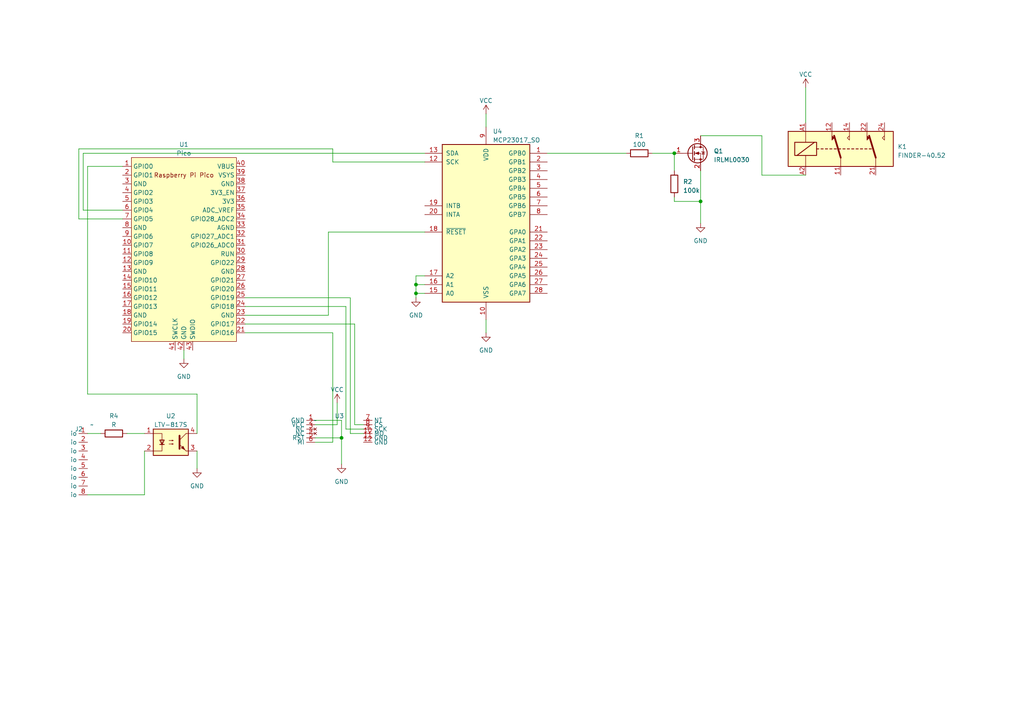
<source format=kicad_sch>
(kicad_sch (version 20230121) (generator eeschema)
  (paper "A4")
  (lib_symbols
    (symbol "AST041-8_1"
      (property "Reference" "J" (at 1.27 2.54 0))
      (symbol "AST041-8_1_1_1"
        (pin bidirectional line (at 0 0 180) (length 2.54) (name "io") (number "1"))
        (pin bidirectional line (at 0 -2.54 180) (length 2.54) (name "io") (number "2"))
        (pin bidirectional line (at 0 -5.08 180) (length 2.54) (name "io") (number "3"))
        (pin bidirectional line (at 0 -7.62 180) (length 2.54) (name "io") (number "4"))
        (pin bidirectional line (at 0 -10.16 180) (length 2.54) (name "io") (number "5"))
        (pin bidirectional line (at 0 -12.7 180) (length 2.54) (name "io") (number "6"))
        (pin bidirectional line (at 0 -15.24 180) (length 2.54) (name "io") (number "7"))
        (pin bidirectional line (at 0 -17.78 180) (length 2.54) (name "io") (number "8"))
      )
    )
    (symbol "Device:R" (pin_numbers hide) (pin_names (offset 0))
      (property "Reference" "R" (at 2.032 0 90))
      (property "Value" "R" (at 0 0 90))
      (symbol "R_0_1"
        (rectangle (start -1.016 -2.54) (end 1.016 2.54) (stroke (width 0.254)))
      )
      (symbol "R_1_1"
        (pin passive line (at 0 3.81 270) (length 1.27) (name "~") (number "1"))
        (pin passive line (at 0 -3.81 90) (length 1.27) (name "~") (number "2"))
      )
    )
    (symbol "Interface_Expansion:MCP23017_SO" (pin_names (offset 1.016))
      (property "Reference" "U" (at -11.43 24.13 0))
      (property "Value" "MCP23017_SO" (at 0 0 0))
      (symbol "MCP23017_SO_0_1"
        (rectangle (start -12.7 22.86) (end 12.7 -22.86) (stroke (width 0.254)) (fill (type background)))
      )
      (symbol "MCP23017_SO_1_1"
        (pin bidirectional line (at 17.78 20.32 180) (length 5.08) (name "GPB0") (number "1"))
        (pin power_in line (at 0 -27.94 90) (length 5.08) (name "VSS") (number "10"))
        (pin no_connect line (at -12.7 15.24 0) (length 5.08) hide (name "NC") (number "11"))
        (pin input line (at -17.78 17.78 0) (length 5.08) (name "SCK") (number "12"))
        (pin bidirectional line (at -17.78 20.32 0) (length 5.08) (name "SDA") (number "13"))
        (pin no_connect line (at -12.7 12.7 0) (length 5.08) hide (name "NC") (number "14"))
        (pin input line (at -17.78 -20.32 0) (length 5.08) (name "A0") (number "15"))
        (pin input line (at -17.78 -17.78 0) (length 5.08) (name "A1") (number "16"))
        (pin input line (at -17.78 -15.24 0) (length 5.08) (name "A2") (number "17"))
        (pin input line (at -17.78 -2.54 0) (length 5.08) (name "~{RESET}") (number "18"))
        (pin tri_state line (at -17.78 5.08 0) (length 5.08) (name "INTB") (number "19"))
        (pin bidirectional line (at 17.78 17.78 180) (length 5.08) (name "GPB1") (number "2"))
        (pin tri_state line (at -17.78 2.54 0) (length 5.08) (name "INTA") (number "20"))
        (pin bidirectional line (at 17.78 -2.54 180) (length 5.08) (name "GPA0") (number "21"))
        (pin bidirectional line (at 17.78 -5.08 180) (length 5.08) (name "GPA1") (number "22"))
        (pin bidirectional line (at 17.78 -7.62 180) (length 5.08) (name "GPA2") (number "23"))
        (pin bidirectional line (at 17.78 -10.16 180) (length 5.08) (name "GPA3") (number "24"))
        (pin bidirectional line (at 17.78 -12.7 180) (length 5.08) (name "GPA4") (number "25"))
        (pin bidirectional line (at 17.78 -15.24 180) (length 5.08) (name "GPA5") (number "26"))
        (pin bidirectional line (at 17.78 -17.78 180) (length 5.08) (name "GPA6") (number "27"))
        (pin bidirectional line (at 17.78 -20.32 180) (length 5.08) (name "GPA7") (number "28"))
        (pin bidirectional line (at 17.78 15.24 180) (length 5.08) (name "GPB2") (number "3"))
        (pin bidirectional line (at 17.78 12.7 180) (length 5.08) (name "GPB3") (number "4"))
        (pin bidirectional line (at 17.78 10.16 180) (length 5.08) (name "GPB4") (number "5"))
        (pin bidirectional line (at 17.78 7.62 180) (length 5.08) (name "GPB5") (number "6"))
        (pin bidirectional line (at 17.78 5.08 180) (length 5.08) (name "GPB6") (number "7"))
        (pin bidirectional line (at 17.78 2.54 180) (length 5.08) (name "GPB7") (number "8"))
        (pin power_in line (at 0 27.94 270) (length 5.08) (name "VDD") (number "9"))
      )
    )
    (symbol "Isolator:LTV-817S" (pin_names (offset 1.016))
      (property "Reference" "U" (at -3.81 5.08 0))
      (property "Value" "LTV-817S" (at 0 -5.08 0))
      (symbol "LTV-817S_1_1"
        (rectangle (start -5.08 3.81) (end 5.08 -3.81) (stroke (width 0.254)) (fill (type background)))
        (polyline (pts (xy -3.175 -0.635) (xy -1.905 -0.635)) (stroke (width 0.254)))
        (polyline (pts (xy 2.54 0.635) (xy 4.445 2.54)))
        (polyline (pts (xy 4.445 -2.54) (xy 2.54 -0.635)) (fill (type outline)))
        (polyline (pts (xy 4.445 -2.54) (xy 5.08 -2.54)))
        (polyline (pts (xy 4.445 2.54) (xy 5.08 2.54)))
        (polyline (pts (xy -5.08 2.54) (xy -2.54 2.54) (xy -2.54 -0.762)))
        (polyline (pts (xy -2.54 -0.635) (xy -2.54 -2.54) (xy -5.08 -2.54)))
        (polyline (pts (xy 2.54 1.905) (xy 2.54 -1.905) (xy 2.54 -1.905)) (stroke (width 0.508)))
        (polyline (pts (xy -2.54 -0.635) (xy -3.175 0.635) (xy -1.905 0.635) (xy -2.54 -0.635)) (stroke (width 0.254)))
        (polyline (pts (xy -0.508 -0.508) (xy 0.762 -0.508) (xy 0.381 -0.635) (xy 0.381 -0.381) (xy 0.762 -0.508)))
        (polyline (pts (xy -0.508 0.508) (xy 0.762 0.508) (xy 0.381 0.381) (xy 0.381 0.635) (xy 0.762 0.508)))
        (polyline (pts (xy 3.048 -1.651) (xy 3.556 -1.143) (xy 4.064 -2.159) (xy 3.048 -1.651) (xy 3.048 -1.651)) (fill (type outline)))
        (pin passive line (at -7.62 2.54 0) (length 2.54) (name "~") (number "1"))
        (pin passive line (at -7.62 -2.54 0) (length 2.54) (name "~") (number "2"))
        (pin passive line (at 7.62 -2.54 180) (length 2.54) (name "~") (number "3"))
        (pin passive line (at 7.62 2.54 180) (length 2.54) (name "~") (number "4"))
      )
    )
    (symbol "MCU_RaspberryPi_and_Boards:Pico"
      (property "Reference" "U" (at -13.97 27.94 0))
      (property "Value" "Pico" (at 0 19.05 0))
      (symbol "Pico_0_0"
        (text "Raspberry Pi Pico" (at 0 21.59 0) (effects (font (size 1.27 1.27))))
      )
      (symbol "Pico_0_1"
        (rectangle (start -15.24 26.67) (end 15.24 -26.67) (fill (type background)))
      )
      (symbol "Pico_1_1"
        (pin bidirectional line (at -17.78 24.13 0) (length 2.54) (name "GPIO0") (number "1"))
        (pin bidirectional line (at -17.78 1.27 0) (length 2.54) (name "GPIO7") (number "10"))
        (pin bidirectional line (at -17.78 -1.27 0) (length 2.54) (name "GPIO8") (number "11"))
        (pin bidirectional line (at -17.78 -3.81 0) (length 2.54) (name "GPIO9") (number "12"))
        (pin power_in line (at -17.78 -6.35 0) (length 2.54) (name "GND") (number "13"))
        (pin bidirectional line (at -17.78 -8.89 0) (length 2.54) (name "GPIO10") (number "14"))
        (pin bidirectional line (at -17.78 -11.43 0) (length 2.54) (name "GPIO11") (number "15"))
        (pin bidirectional line (at -17.78 -13.97 0) (length 2.54) (name "GPIO12") (number "16"))
        (pin bidirectional line (at -17.78 -16.51 0) (length 2.54) (name "GPIO13") (number "17"))
        (pin power_in line (at -17.78 -19.05 0) (length 2.54) (name "GND") (number "18"))
        (pin bidirectional line (at -17.78 -21.59 0) (length 2.54) (name "GPIO14") (number "19"))
        (pin bidirectional line (at -17.78 21.59 0) (length 2.54) (name "GPIO1") (number "2"))
        (pin bidirectional line (at -17.78 -24.13 0) (length 2.54) (name "GPIO15") (number "20"))
        (pin bidirectional line (at 17.78 -24.13 180) (length 2.54) (name "GPIO16") (number "21"))
        (pin bidirectional line (at 17.78 -21.59 180) (length 2.54) (name "GPIO17") (number "22"))
        (pin power_in line (at 17.78 -19.05 180) (length 2.54) (name "GND") (number "23"))
        (pin bidirectional line (at 17.78 -16.51 180) (length 2.54) (name "GPIO18") (number "24"))
        (pin bidirectional line (at 17.78 -13.97 180) (length 2.54) (name "GPIO19") (number "25"))
        (pin bidirectional line (at 17.78 -11.43 180) (length 2.54) (name "GPIO20") (number "26"))
        (pin bidirectional line (at 17.78 -8.89 180) (length 2.54) (name "GPIO21") (number "27"))
        (pin power_in line (at 17.78 -6.35 180) (length 2.54) (name "GND") (number "28"))
        (pin bidirectional line (at 17.78 -3.81 180) (length 2.54) (name "GPIO22") (number "29"))
        (pin power_in line (at -17.78 19.05 0) (length 2.54) (name "GND") (number "3"))
        (pin input line (at 17.78 -1.27 180) (length 2.54) (name "RUN") (number "30"))
        (pin bidirectional line (at 17.78 1.27 180) (length 2.54) (name "GPIO26_ADC0") (number "31"))
        (pin bidirectional line (at 17.78 3.81 180) (length 2.54) (name "GPIO27_ADC1") (number "32"))
        (pin power_in line (at 17.78 6.35 180) (length 2.54) (name "AGND") (number "33"))
        (pin bidirectional line (at 17.78 8.89 180) (length 2.54) (name "GPIO28_ADC2") (number "34"))
        (pin power_in line (at 17.78 11.43 180) (length 2.54) (name "ADC_VREF") (number "35"))
        (pin power_in line (at 17.78 13.97 180) (length 2.54) (name "3V3") (number "36"))
        (pin input line (at 17.78 16.51 180) (length 2.54) (name "3V3_EN") (number "37"))
        (pin bidirectional line (at 17.78 19.05 180) (length 2.54) (name "GND") (number "38"))
        (pin power_in line (at 17.78 21.59 180) (length 2.54) (name "VSYS") (number "39"))
        (pin bidirectional line (at -17.78 16.51 0) (length 2.54) (name "GPIO2") (number "4"))
        (pin power_in line (at 17.78 24.13 180) (length 2.54) (name "VBUS") (number "40"))
        (pin input line (at -2.54 -29.21 90) (length 2.54) (name "SWCLK") (number "41"))
        (pin power_in line (at 0 -29.21 90) (length 2.54) (name "GND") (number "42"))
        (pin bidirectional line (at 2.54 -29.21 90) (length 2.54) (name "SWDIO") (number "43"))
        (pin bidirectional line (at -17.78 13.97 0) (length 2.54) (name "GPIO3") (number "5"))
        (pin bidirectional line (at -17.78 11.43 0) (length 2.54) (name "GPIO4") (number "6"))
        (pin bidirectional line (at -17.78 8.89 0) (length 2.54) (name "GPIO5") (number "7"))
        (pin power_in line (at -17.78 6.35 0) (length 2.54) (name "GND") (number "8"))
        (pin bidirectional line (at -17.78 3.81 0) (length 2.54) (name "GPIO6") (number "9"))
      )
    )
    (symbol "Relay:FINDER-40.52"
      (property "Reference" "K" (at 16.51 3.81 0))
      (property "Value" "FINDER-40.52" (at 16.51 1.27 0))
      (symbol "FINDER-40.52_0_1"
        (rectangle (start -15.24 5.08) (end 15.24 -5.08) (stroke (width 0.254)) (fill (type background)))
        (rectangle (start -13.335 1.905) (end -6.985 -1.905) (stroke (width 0.254)))
        (polyline (pts (xy -12.7 -1.905) (xy -7.62 1.905)) (stroke (width 0.254)))
        (polyline (pts (xy -10.16 -5.08) (xy -10.16 -1.905)))
        (polyline (pts (xy -10.16 5.08) (xy -10.16 1.905)))
        (polyline (pts (xy -6.985 0) (xy -6.35 0)) (stroke (width 0.254)))
        (polyline (pts (xy -5.715 0) (xy -5.08 0)) (stroke (width 0.254)))
        (polyline (pts (xy -4.445 0) (xy -3.81 0)) (stroke (width 0.254)))
        (polyline (pts (xy -3.175 0) (xy -2.54 0)) (stroke (width 0.254)))
        (polyline (pts (xy -1.905 0) (xy -1.27 0)) (stroke (width 0.254)))
        (polyline (pts (xy -0.635 0) (xy 0 0)) (stroke (width 0.254)))
        (polyline (pts (xy 0 -2.54) (xy -1.905 3.81)) (stroke (width 0.508)))
        (polyline (pts (xy 0 -2.54) (xy 0 -5.08)))
        (polyline (pts (xy 0.635 0) (xy 1.27 0)) (stroke (width 0.254)))
        (polyline (pts (xy 1.905 0) (xy 2.54 0)) (stroke (width 0.254)))
        (polyline (pts (xy 3.175 0) (xy 3.81 0)) (stroke (width 0.254)))
        (polyline (pts (xy 4.445 0) (xy 5.08 0)) (stroke (width 0.254)))
        (polyline (pts (xy 5.715 0) (xy 6.35 0)) (stroke (width 0.254)))
        (polyline (pts (xy 6.985 0) (xy 7.62 0)) (stroke (width 0.254)))
        (polyline (pts (xy 8.255 0) (xy 8.89 0)) (stroke (width 0.254)))
        (polyline (pts (xy 10.16 -2.54) (xy 8.255 3.81)) (stroke (width 0.508)))
        (polyline (pts (xy 10.16 -2.54) (xy 10.16 -5.08)))
        (polyline (pts (xy -2.54 5.08) (xy -2.54 2.54) (xy -1.905 3.175) (xy -2.54 3.81)) (fill (type outline)))
        (polyline (pts (xy 2.54 5.08) (xy 2.54 2.54) (xy 1.905 3.175) (xy 2.54 3.81)))
        (polyline (pts (xy 7.62 5.08) (xy 7.62 2.54) (xy 8.255 3.175) (xy 7.62 3.81)) (fill (type outline)))
        (polyline (pts (xy 12.7 5.08) (xy 12.7 2.54) (xy 12.065 3.175) (xy 12.7 3.81)))
      )
      (symbol "FINDER-40.52_1_1"
        (pin passive line (at 0 -7.62 90) (length 2.54) (name "~") (number "11"))
        (pin passive line (at -2.54 7.62 270) (length 2.54) (name "~") (number "12"))
        (pin passive line (at 2.54 7.62 270) (length 2.54) (name "~") (number "14"))
        (pin passive line (at 10.16 -7.62 90) (length 2.54) (name "~") (number "21"))
        (pin passive line (at 7.62 7.62 270) (length 2.54) (name "~") (number "22"))
        (pin passive line (at 12.7 7.62 270) (length 2.54) (name "~") (number "24"))
        (pin passive line (at -10.16 7.62 270) (length 2.54) (name "~") (number "A1"))
        (pin passive line (at -10.16 -7.62 90) (length 2.54) (name "~") (number "A2"))
      )
    )
    (symbol "Transistor_FET:IRLML0030" (pin_names hide)
      (property "Reference" "Q" (at 5.08 1.905 0))
      (property "Value" "IRLML0030" (at 5.08 0 0))
      (symbol "IRLML0030_0_1"
        (polyline (pts (xy 0.254 0) (xy -2.54 0)))
        (polyline (pts (xy 0.254 1.905) (xy 0.254 -1.905)) (stroke (width 0.254)))
        (polyline (pts (xy 0.762 -1.27) (xy 0.762 -2.286)) (stroke (width 0.254)))
        (polyline (pts (xy 0.762 0.508) (xy 0.762 -0.508)) (stroke (width 0.254)))
        (polyline (pts (xy 0.762 2.286) (xy 0.762 1.27)) (stroke (width 0.254)))
        (polyline (pts (xy 2.54 2.54) (xy 2.54 1.778)))
        (polyline (pts (xy 2.54 -2.54) (xy 2.54 0) (xy 0.762 0)))
        (polyline (pts (xy 0.762 -1.778) (xy 3.302 -1.778) (xy 3.302 1.778) (xy 0.762 1.778)))
        (polyline (pts (xy 1.016 0) (xy 2.032 0.381) (xy 2.032 -0.381) (xy 1.016 0)) (fill (type outline)))
        (polyline (pts (xy 2.794 0.508) (xy 2.921 0.381) (xy 3.683 0.381) (xy 3.81 0.254)))
        (polyline (pts (xy 3.302 0.381) (xy 2.921 -0.254) (xy 3.683 -0.254) (xy 3.302 0.381)))
        (circle (center 1.651 0) (radius 2.794) (stroke (width 0.254)))
        (circle (center 2.54 -1.778) (radius 0.254) (fill (type outline)))
        (circle (center 2.54 1.778) (radius 0.254) (fill (type outline)))
      )
      (symbol "IRLML0030_1_1"
        (pin input line (at -5.08 0 0) (length 2.54) (name "G") (number "1"))
        (pin passive line (at 2.54 -5.08 90) (length 2.54) (name "S") (number "2"))
        (pin passive line (at 2.54 5.08 270) (length 2.54) (name "D") (number "3"))
      )
    )
    (symbol "parts_tma_1:W5500_SPI_modul"
      (property "Reference" "U" (at 0 0 0))
      (symbol "W5500_SPI_modul_1_1"
        (pin power_in line (at 0 0 180) (length 2.54) (name "GND") (number "1"))
        (pin input line (at 13.97 -3.81 0) (length 2.54) (name "MO") (number "10"))
        (pin power_in line (at 13.97 -5.08 0) (length 2.54) (name "GND") (number "11"))
        (pin power_in line (at 13.97 -6.35 0) (length 2.54) (name "GND") (number "12"))
        (pin power_in line (at 0 -1.27 180) (length 2.54) (name "VCC") (number "2"))
        (pin no_connect line (at 0 -2.54 180) (length 2.54) (name "NC") (number "3"))
        (pin no_connect line (at 0 -3.81 180) (length 2.54) (name "NC") (number "4"))
        (pin input line (at 0 -5.08 180) (length 2.54) (name "RST") (number "5"))
        (pin output line (at 0 -6.35 180) (length 2.54) (name "MI") (number "6"))
        (pin unspecified line (at 13.97 0 0) (length 2.54) (name "NT") (number "7"))
        (pin input line (at 13.97 -1.27 0) (length 2.54) (name "CS") (number "8"))
        (pin input line (at 13.97 -2.54 0) (length 2.54) (name "SCK") (number "9"))
      )
    )
    (symbol "power:GND" (power) (pin_names (offset 0))
      (property "Value" "GND" (at 0 -3.81 0))
      (symbol "GND_0_1"
        (polyline (pts (xy 0 0) (xy 0 -1.27) (xy 1.27 -1.27) (xy 0 -2.54) (xy -1.27 -1.27) (xy 0 -1.27)))
      )
      (symbol "GND_1_1"
        (pin power_in line (at 0 0 270) (length 0) hide (name "GND") (number "1"))
      )
    )
    (symbol "power:VCC" (power) (pin_names (offset 0))
      (property "Value" "VCC" (at 0 3.81 0))
      (symbol "VCC_0_1"
        (polyline (pts (xy -0.762 1.27) (xy 0 2.54)))
        (polyline (pts (xy 0 0) (xy 0 2.54)))
        (polyline (pts (xy 0 2.54) (xy 0.762 1.27)))
      )
      (symbol "VCC_1_1"
        (pin power_in line (at 0 0 90) (length 0) hide (name "VCC") (number "1"))
      )
    )
  )
  (junction (at 195.58 44.45))
  (junction (at 203.2 58.42))
  (junction (at 120.65 82.55))
  (junction (at 99.06 127))
  (junction (at 120.65 85.09))
  (wire (pts (xy 25.4 125.73) (xy 29.21 125.73)))
  (wire (pts (xy 102.87 123.19) (xy 102.87 93.98)))
  (wire (pts (xy 100.33 124.46) (xy 105.41 124.46)))
  (wire (pts (xy 57.15 130.81) (xy 57.15 135.89)))
  (wire (pts (xy 99.06 121.92) (xy 99.06 127)))
  (wire (pts (xy 95.25 67.31) (xy 123.19 67.31)))
  (wire (pts (xy 140.97 92.71) (xy 140.97 96.52)))
  (wire (pts (xy 120.65 80.01) (xy 120.65 82.55)))
  (wire (pts (xy 100.33 88.9) (xy 100.33 124.46)))
  (wire (pts (xy 97.79 116.84) (xy 97.79 123.19)))
  (wire (pts (xy 101.6 125.73) (xy 105.41 125.73)))
  (wire (pts (xy 53.34 101.6) (xy 53.34 104.14)))
  (wire (pts (xy 140.97 33.02) (xy 140.97 36.83)))
  (wire (pts (xy 220.98 39.37) (xy 203.2 39.37)))
  (wire (pts (xy 25.4 143.51) (xy 41.91 143.51)))
  (wire (pts (xy 91.44 127) (xy 99.06 127)))
  (wire (pts (xy 120.65 82.55) (xy 120.65 85.09)))
  (wire (pts (xy 91.44 121.92) (xy 99.06 121.92)))
  (wire (pts (xy 99.06 127) (xy 99.06 134.62)))
  (wire (pts (xy 120.65 85.09) (xy 120.65 86.36)))
  (wire (pts (xy 22.86 43.18) (xy 22.86 63.5)))
  (wire (pts (xy 96.52 96.52) (xy 96.52 128.27)))
  (wire (pts (xy 96.52 43.18) (xy 22.86 43.18)))
  (wire (pts (xy 96.52 128.27) (xy 91.44 128.27)))
  (wire (pts (xy 57.15 114.3) (xy 57.15 125.73)))
  (wire (pts (xy 195.58 44.45) (xy 195.58 49.53)))
  (wire (pts (xy 203.2 58.42) (xy 195.58 58.42)))
  (wire (pts (xy 123.19 85.09) (xy 120.65 85.09)))
  (wire (pts (xy 25.4 114.3) (xy 57.15 114.3)))
  (wire (pts (xy 195.58 58.42) (xy 195.58 57.15)))
  (wire (pts (xy 220.98 50.8) (xy 220.98 39.37)))
  (wire (pts (xy 158.75 44.45) (xy 181.61 44.45)))
  (wire (pts (xy 101.6 86.36) (xy 101.6 125.73)))
  (wire (pts (xy 203.2 58.42) (xy 203.2 64.77)))
  (wire (pts (xy 71.12 88.9) (xy 100.33 88.9)))
  (wire (pts (xy 105.41 123.19) (xy 102.87 123.19)))
  (wire (pts (xy 95.25 91.44) (xy 95.25 67.31)))
  (wire (pts (xy 25.4 48.26) (xy 25.4 114.3)))
  (wire (pts (xy 233.68 50.8) (xy 220.98 50.8)))
  (wire (pts (xy 22.86 63.5) (xy 35.56 63.5)))
  (wire (pts (xy 36.83 125.73) (xy 41.91 125.73)))
  (wire (pts (xy 91.44 123.19) (xy 97.79 123.19)))
  (wire (pts (xy 71.12 96.52) (xy 96.52 96.52)))
  (wire (pts (xy 24.13 44.45) (xy 123.19 44.45)))
  (wire (pts (xy 71.12 91.44) (xy 95.25 91.44)))
  (wire (pts (xy 189.23 44.45) (xy 195.58 44.45)))
  (wire (pts (xy 123.19 46.99) (xy 96.52 46.99)))
  (wire (pts (xy 35.56 48.26) (xy 25.4 48.26)))
  (wire (pts (xy 71.12 86.36) (xy 101.6 86.36)))
  (wire (pts (xy 123.19 82.55) (xy 120.65 82.55)))
  (wire (pts (xy 102.87 93.98) (xy 71.12 93.98)))
  (wire (pts (xy 203.2 49.53) (xy 203.2 58.42)))
  (wire (pts (xy 41.91 130.81) (xy 41.91 143.51)))
  (wire (pts (xy 233.68 25.4) (xy 233.68 35.56)))
  (wire (pts (xy 35.56 60.96) (xy 24.13 60.96)))
  (wire (pts (xy 96.52 46.99) (xy 96.52 43.18)))
  (wire (pts (xy 123.19 80.01) (xy 120.65 80.01)))
  (wire (pts (xy 24.13 60.96) (xy 24.13 44.45)))
  (symbol (lib_id "power:GND") (at 99.06 134.62 0) (unit 1)
    (property "Reference" "#PWR05" (effects hide))
    (property "Value" "GND" (at 99.06 139.7 0))
  )
  (symbol (lib_id "power:VCC") (at 97.79 116.84 0) (unit 1)
    (property "Reference" "#PWR06" (effects hide))
    (property "Value" "VCC" (at 97.79 113.03 0))
  )
  (symbol (lib_id "power:VCC") (at 233.68 25.4 0) (unit 1)
    (property "Reference" "#PWR01" (effects hide))
    (property "Value" "VCC" (at 233.68 21.59 0))
  )
  (symbol (lib_id "power:GND") (at 120.65 86.36 0) (unit 1)
    (property "Reference" "#PWR03" (effects hide))
    (property "Value" "GND" (at 120.65 91.44 0))
  )
  (symbol (lib_id "Device:R") (at 195.58 53.34 180) (unit 1)
    (property "Reference" "R2" (at 198.12 52.705 0) (effects (justify right)))
    (property "Value" "100k" (at 198.12 55.245 0) (effects (justify right)))
    (property "Footprint" "Resistor_SMD:R_0603_1608Metric" (effects hide))
  )
  (symbol (lib_name "AST041-8_1") (lib_id "parts_tma_1:AST041-8") (at 25.4 125.73 0) (unit 1)
    (property "Reference" "J2" (at 22.86 124.46 0))
    (property "Value" "~" (at 26.67 123.19 0))
    (property "Footprint" "parts_tma_1:AST041-08" (effects hide))
  )
  (symbol (lib_id "Device:R") (at 33.02 125.73 90) (unit 1)
    (property "Reference" "R4" (at 33.02 120.65 90))
    (property "Value" "R" (at 33.02 123.19 90))
    (property "Footprint" "Resistor_SMD:R_0603_1608Metric" (effects hide))
  )
  (symbol (lib_id "Isolator:LTV-817S") (at 49.53 128.27 0) (unit 1)
    (property "Reference" "U2" (at 49.53 120.65 0))
    (property "Value" "LTV-817S" (at 49.53 123.19 0))
    (property "Footprint" "Package_DIP:SMDIP-4_W9.53mm" (effects hide))
    (property "Datasheet" "http://www.us.liteon.com/downloads/LTV-817-827-847.PDF" (effects hide))
  )
  (symbol (lib_id "power:GND") (at 140.97 96.52 0) (unit 1)
    (property "Reference" "#PWR08" (effects hide))
    (property "Value" "GND" (at 140.97 101.6 0))
  )
  (symbol (lib_id "parts_tma_1:W5500_SPI_modul") (at 91.44 121.92 0) (unit 1)
    (property "Reference" "U3" (at 98.425 120.65 0))
    (property "Value" "~" (at 91.44 121.92 0))
    (property "Footprint" "parts_tma_1:w5500_spi_modul" (effects hide))
  )
  (symbol (lib_id "power:VCC") (at 140.97 33.02 0) (unit 1)
    (property "Reference" "#PWR07" (effects hide))
    (property "Value" "VCC" (at 140.97 29.21 0))
  )
  (symbol (lib_id "Interface_Expansion:MCP23017_SO") (at 140.97 64.77 0) (unit 1)
    (property "Reference" "U4" (at 142.9259 38.1 0) (effects (justify left)))
    (property "Value" "MCP23017_SO" (at 142.9259 40.64 0) (effects (justify left)))
    (property "Footprint" "Package_SO:SOIC-28W_7.5x17.9mm_P1.27mm" (effects hide))
    (property "Datasheet" "http://ww1.microchip.com/downloads/en/DeviceDoc/20001952C.pdf" (effects hide))
  )
  (symbol (lib_id "Device:R") (at 185.42 44.45 90) (unit 1)
    (property "Reference" "R1" (at 185.42 39.37 90))
    (property "Value" "100" (at 185.42 41.91 90))
    (property "Footprint" "Resistor_SMD:R_0603_1608Metric" (effects hide))
  )
  (symbol (lib_id "Transistor_FET:IRLML0030") (at 200.66 44.45 0) (unit 1)
    (property "Reference" "Q1" (at 207.01 43.815 0) (effects (justify left)))
    (property "Value" "IRLML0030" (at 207.01 46.355 0) (effects (justify left)))
    (property "Footprint" "Package_TO_SOT_SMD:SOT-23" (effects hide))
    (property "Datasheet" "https://www.infineon.com/dgdl/irlml0030pbf.pdf?fileId=5546d462533600a401535664773825df" (effects hide))
  )
  (symbol (lib_id "power:GND") (at 203.2 64.77 0) (unit 1)
    (property "Reference" "#PWR02" (effects hide))
    (property "Value" "GND" (at 203.2 69.85 0))
  )
  (symbol (lib_id "Relay:FINDER-40.52") (at 243.84 43.18 0) (unit 1)
    (property "Reference" "K1" (at 260.35 42.545 0) (effects (justify left)))
    (property "Value" "FINDER-40.52" (at 260.35 45.085 0) (effects (justify left)))
    (property "Footprint" "Relay_THT:Relay_DPDT_Finder_40.52" (effects hide))
    (property "Datasheet" "http://gfinder.findernet.com/assets/Series/353/S40EN.pdf" (effects hide))
  )
  (symbol (lib_id "power:GND") (at 53.34 104.14 0) (unit 1)
    (property "Reference" "#PWR09" (effects hide))
    (property "Value" "GND" (at 53.34 109.22 0))
  )
  (symbol (lib_id "power:GND") (at 57.15 135.89 0) (unit 1)
    (property "Reference" "#PWR04" (effects hide))
    (property "Value" "GND" (at 57.15 140.97 0))
  )
  (symbol (lib_id "MCU_RaspberryPi_and_Boards:Pico") (at 53.34 72.39 0) (unit 1)
    (property "Reference" "U1" (at 53.34 41.91 0))
    (property "Value" "Pico" (at 53.34 44.45 0))
    (property "Footprint" "pi_pico:RPi_Pico_SMD_TH" (effects hide))
  )
)
</source>
